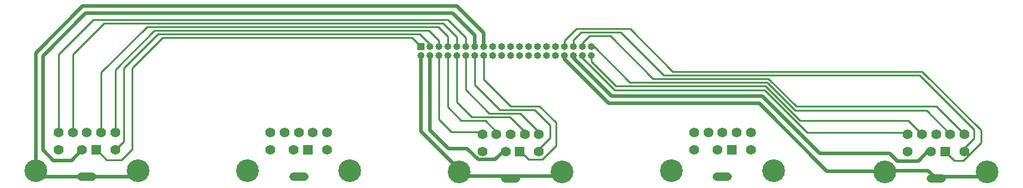
<source format=gbr>
G04 #@! TF.GenerationSoftware,KiCad,Pcbnew,(6.0.7-1)-1*
G04 #@! TF.CreationDate,2023-02-04T12:54:47-08:00*
G04 #@! TF.ProjectId,switcher-input-daughterboard,73776974-6368-4657-922d-696e7075742d,1*
G04 #@! TF.SameCoordinates,Original*
G04 #@! TF.FileFunction,Copper,L1,Top*
G04 #@! TF.FilePolarity,Positive*
%FSLAX46Y46*%
G04 Gerber Fmt 4.6, Leading zero omitted, Abs format (unit mm)*
G04 Created by KiCad (PCBNEW (6.0.7-1)-1) date 2023-02-04 12:54:47*
%MOMM*%
%LPD*%
G01*
G04 APERTURE LIST*
G04 #@! TA.AperFunction,ComponentPad*
%ADD10R,1.408000X1.408000*%
G04 #@! TD*
G04 #@! TA.AperFunction,ComponentPad*
%ADD11C,1.408000*%
G04 #@! TD*
G04 #@! TA.AperFunction,ComponentPad*
%ADD12O,2.730000X1.230000*%
G04 #@! TD*
G04 #@! TA.AperFunction,ComponentPad*
%ADD13C,3.216000*%
G04 #@! TD*
G04 #@! TA.AperFunction,ComponentPad*
%ADD14O,1.000000X1.000000*%
G04 #@! TD*
G04 #@! TA.AperFunction,ComponentPad*
%ADD15R,1.000000X1.000000*%
G04 #@! TD*
G04 #@! TA.AperFunction,Conductor*
%ADD16C,0.254000*%
G04 #@! TD*
G04 #@! TA.AperFunction,Conductor*
%ADD17C,0.508000*%
G04 #@! TD*
G04 APERTURE END LIST*
D10*
X128300000Y-61200000D03*
D11*
X126300000Y-61200000D03*
X131000000Y-61200000D03*
X129000000Y-58700000D03*
X127000000Y-58700000D03*
X123000000Y-61200000D03*
X131000000Y-58700000D03*
X125000000Y-58700000D03*
X123000000Y-58700000D03*
D12*
X127000000Y-65000000D03*
D13*
X119750000Y-64100000D03*
X134250000Y-64100000D03*
D14*
X174300000Y-47800000D03*
X175570000Y-47800000D03*
X176840000Y-47800000D03*
X178110000Y-47800000D03*
X179380000Y-47800000D03*
X180650000Y-47800000D03*
X181920000Y-47800000D03*
X183190000Y-47800000D03*
X184460000Y-47800000D03*
X185730000Y-47800000D03*
X187000000Y-47800000D03*
X188270000Y-47800000D03*
X189540000Y-47800000D03*
X190810000Y-47800000D03*
X192080000Y-47800000D03*
X193350000Y-47800000D03*
X194620000Y-47800000D03*
X195890000Y-47800000D03*
X197160000Y-47800000D03*
X198430000Y-47800000D03*
X198430000Y-46530000D03*
X197160000Y-46530000D03*
X195890000Y-46530000D03*
X194620000Y-46530000D03*
X193350000Y-46530000D03*
X192080000Y-46530000D03*
X190810000Y-46530000D03*
X189540000Y-46530000D03*
X188270000Y-46530000D03*
X187000000Y-46530000D03*
X185730000Y-46530000D03*
X184460000Y-46530000D03*
X183190000Y-46530000D03*
X181920000Y-46530000D03*
X180650000Y-46530000D03*
X179380000Y-46530000D03*
X178110000Y-46530000D03*
X176840000Y-46530000D03*
X175570000Y-46530000D03*
D15*
X174300000Y-46530000D03*
D13*
X224250000Y-64100000D03*
X209750000Y-64100000D03*
D12*
X217000000Y-65000000D03*
D11*
X213000000Y-58700000D03*
X215000000Y-58700000D03*
X221000000Y-58700000D03*
X213000000Y-61200000D03*
X217000000Y-58700000D03*
X219000000Y-58700000D03*
X221000000Y-61200000D03*
X216300000Y-61200000D03*
D10*
X218300000Y-61200000D03*
X248550000Y-61450000D03*
D11*
X246550000Y-61450000D03*
X251250000Y-61450000D03*
X249250000Y-58950000D03*
X247250000Y-58950000D03*
X243250000Y-61450000D03*
X251250000Y-58950000D03*
X245250000Y-58950000D03*
X243250000Y-58950000D03*
D12*
X247250000Y-65250000D03*
D13*
X240000000Y-64350000D03*
X254500000Y-64350000D03*
D10*
X188300000Y-61450000D03*
D11*
X186300000Y-61450000D03*
X191000000Y-61450000D03*
X189000000Y-58950000D03*
X187000000Y-58950000D03*
X183000000Y-61450000D03*
X191000000Y-58950000D03*
X185000000Y-58950000D03*
X183000000Y-58950000D03*
D12*
X187000000Y-65250000D03*
D13*
X179750000Y-64350000D03*
X194250000Y-64350000D03*
D10*
X158300000Y-61200000D03*
D11*
X156300000Y-61200000D03*
X161000000Y-61200000D03*
X159000000Y-58700000D03*
X157000000Y-58700000D03*
X153000000Y-61200000D03*
X161000000Y-58700000D03*
X155000000Y-58700000D03*
X153000000Y-58700000D03*
D12*
X157000000Y-65000000D03*
D13*
X149750000Y-64100000D03*
X164250000Y-64100000D03*
D16*
X251000000Y-58700000D02*
X247300000Y-55000000D01*
X247300000Y-55000000D02*
X227449336Y-55000000D01*
X227449336Y-55000000D02*
X223525336Y-51076000D01*
X223525336Y-51076000D02*
X207176000Y-51076000D01*
X197160000Y-46040000D02*
X197160000Y-46530000D01*
X207176000Y-51076000D02*
X201108000Y-45008000D01*
X201108000Y-45008000D02*
X198192000Y-45008000D01*
X198192000Y-45008000D02*
X197160000Y-46040000D01*
X248300000Y-61200000D02*
X249800000Y-62700000D01*
X249800000Y-62700000D02*
X251100000Y-62700000D01*
X194620000Y-45680001D02*
X194620000Y-46530000D01*
X251100000Y-62700000D02*
X253600000Y-60200000D01*
X253600000Y-58400000D02*
X245260000Y-50060000D01*
X253600000Y-60200000D02*
X253600000Y-58400000D01*
X245260000Y-50060000D02*
X209978420Y-50060000D01*
X209978420Y-50060000D02*
X203910420Y-43992000D01*
X196308001Y-43992000D02*
X194620000Y-45680001D01*
X203910420Y-43992000D02*
X196308001Y-43992000D01*
X195890000Y-46530000D02*
X195890000Y-45610000D01*
X195890000Y-45610000D02*
X197000000Y-44500000D01*
X202600000Y-44500000D02*
X208668000Y-50568000D01*
X208668000Y-50568000D02*
X244868000Y-50568000D01*
X197000000Y-44500000D02*
X202600000Y-44500000D01*
X244868000Y-50568000D02*
X252600000Y-58300000D01*
X252600000Y-58300000D02*
X252600000Y-59600000D01*
X252600000Y-59600000D02*
X251000000Y-61200000D01*
X198430000Y-46530000D02*
X198830000Y-46530000D01*
X223314918Y-51584002D02*
X227330916Y-55600000D01*
X245900000Y-55600000D02*
X249000000Y-58700000D01*
X227330916Y-55600000D02*
X245900000Y-55600000D01*
X198830000Y-46530000D02*
X203884000Y-51584000D01*
X203884000Y-51584000D02*
X223314918Y-51584002D01*
X223104497Y-52092001D02*
X228012496Y-57000000D01*
X243300000Y-57000000D02*
X245000000Y-58700000D01*
X198430000Y-48630000D02*
X201892000Y-52092000D01*
X198430000Y-47800000D02*
X198430000Y-48630000D01*
X228012496Y-57000000D02*
X243300000Y-57000000D01*
X201892000Y-52092000D02*
X223104497Y-52092001D01*
X197160000Y-47800000D02*
X197160000Y-48135133D01*
X228994076Y-58700000D02*
X243000000Y-58700000D01*
X197160000Y-48135133D02*
X201719867Y-52695000D01*
X201719867Y-52695000D02*
X222989076Y-52695000D01*
X222989076Y-52695000D02*
X228994076Y-58700000D01*
D17*
X194620000Y-47800000D02*
X194620000Y-48314738D01*
X194620000Y-48314738D02*
X200905262Y-54600000D01*
X200905262Y-54600000D02*
X222200000Y-54600000D01*
X239650000Y-64200000D02*
X239750000Y-64100000D01*
X222200000Y-54600000D02*
X231800000Y-64200000D01*
X231800000Y-64200000D02*
X239650000Y-64200000D01*
X179750000Y-64000000D02*
X180650000Y-64900000D01*
X180650000Y-64900000D02*
X187000000Y-64900000D01*
X247000000Y-65000000D02*
X253350000Y-65000000D01*
X253350000Y-65000000D02*
X254250000Y-64100000D01*
X239750000Y-64100000D02*
X246100000Y-64100000D01*
X246100000Y-64100000D02*
X247000000Y-65000000D01*
X187000000Y-64900000D02*
X193350000Y-64900000D01*
X193350000Y-64900000D02*
X194250000Y-64000000D01*
X195890000Y-47800000D02*
X195890000Y-48147898D01*
X230736840Y-61700000D02*
X240701687Y-61700000D01*
X195890000Y-48147898D02*
X201326102Y-53584000D01*
X201326102Y-53584000D02*
X222620840Y-53584000D01*
X244700000Y-62800000D02*
X246300000Y-61200000D01*
X222620840Y-53584000D02*
X230736840Y-61700000D01*
X240701687Y-61700000D02*
X241801687Y-62800000D01*
X241801687Y-62800000D02*
X244700000Y-62800000D01*
D16*
X188300000Y-61300000D02*
X189500000Y-62500000D01*
X189500000Y-62500000D02*
X191500000Y-62500000D01*
X188300000Y-61100000D02*
X188300000Y-61300000D01*
X191500000Y-62500000D02*
X193400000Y-60600000D01*
X193400000Y-60600000D02*
X193400000Y-57300000D01*
X193400000Y-57300000D02*
X191068000Y-54968000D01*
X191068000Y-54968000D02*
X186968000Y-54968000D01*
X186968000Y-54968000D02*
X183190000Y-51190000D01*
X183190000Y-51190000D02*
X183190000Y-47800000D01*
X181920000Y-47800000D02*
X181920000Y-51920000D01*
X190376000Y-55476000D02*
X192600000Y-57700000D01*
X181920000Y-51920000D02*
X185476000Y-55476000D01*
X185476000Y-55476000D02*
X190376000Y-55476000D01*
X192600000Y-57700000D02*
X192600000Y-59500000D01*
X192600000Y-59500000D02*
X191000000Y-61100000D01*
X180650000Y-47800000D02*
X180650000Y-52650000D01*
X180650000Y-52650000D02*
X183984000Y-55984000D01*
X183984000Y-55984000D02*
X188384000Y-55984000D01*
X188384000Y-55984000D02*
X191000000Y-58600000D01*
X179380000Y-47800000D02*
X179380000Y-54380000D01*
X186892000Y-56492000D02*
X189000000Y-58600000D01*
X179380000Y-54380000D02*
X181492000Y-56492000D01*
X181492000Y-56492000D02*
X186892000Y-56492000D01*
X178110000Y-47800000D02*
X178110000Y-55110000D01*
X178110000Y-55110000D02*
X180000000Y-57000000D01*
X180000000Y-57000000D02*
X183400000Y-57000000D01*
X183400000Y-57000000D02*
X185000000Y-58600000D01*
X176840000Y-47800000D02*
X176840000Y-56840000D01*
X176840000Y-56840000D02*
X178600000Y-58600000D01*
X178600000Y-58600000D02*
X183000000Y-58600000D01*
D17*
X175570000Y-47800000D02*
X175570000Y-58383160D01*
X175570000Y-58383160D02*
X178186840Y-61000000D01*
X180826762Y-61000000D02*
X182392762Y-62566000D01*
X178186840Y-61000000D02*
X180826762Y-61000000D01*
X182392762Y-62566000D02*
X184834000Y-62566000D01*
X184834000Y-62566000D02*
X186300000Y-61100000D01*
X174300000Y-47800000D02*
X174300000Y-58550000D01*
X174300000Y-58550000D02*
X179750000Y-64000000D01*
D16*
X133400000Y-49600000D02*
X137755000Y-45245000D01*
X137755000Y-45245000D02*
X173015000Y-45245000D01*
X129800000Y-62600000D02*
X131900000Y-62600000D01*
X133400000Y-61100000D02*
X133400000Y-49600000D01*
X128300000Y-61200000D02*
X128400000Y-61200000D01*
X131900000Y-62600000D02*
X133400000Y-61100000D01*
X173015000Y-45245000D02*
X174300000Y-46530000D01*
X128400000Y-61200000D02*
X129800000Y-62600000D01*
D17*
X120766000Y-61166000D02*
X122266000Y-62666000D01*
X181920000Y-44936000D02*
X178800000Y-41816000D01*
X181920000Y-46530000D02*
X181920000Y-44936000D01*
X178800000Y-41816000D02*
X126820840Y-41816000D01*
X120766000Y-47870840D02*
X120766000Y-61166000D01*
X122266000Y-62666000D02*
X124834000Y-62666000D01*
X124834000Y-62666000D02*
X126300000Y-61200000D01*
X126820840Y-41816000D02*
X120766000Y-47870840D01*
D16*
X137063000Y-44737000D02*
X132200000Y-49600000D01*
X132200000Y-49600000D02*
X132200000Y-60000000D01*
X175570000Y-46170000D02*
X174137000Y-44737000D01*
X175570000Y-46530000D02*
X175570000Y-46170000D01*
X174137000Y-44737000D02*
X137063000Y-44737000D01*
X132200000Y-60000000D02*
X131000000Y-61200000D01*
X178110000Y-46530000D02*
X178110000Y-45110000D01*
X178110000Y-45110000D02*
X176721000Y-43721000D01*
X135479000Y-43721000D02*
X129000000Y-50200000D01*
X176721000Y-43721000D02*
X135479000Y-43721000D01*
X129000000Y-50200000D02*
X129000000Y-58700000D01*
X175429000Y-44229000D02*
X136571000Y-44229000D01*
X136571000Y-44229000D02*
X131000000Y-49800000D01*
X176840000Y-45640000D02*
X175429000Y-44229000D01*
X131000000Y-49800000D02*
X131000000Y-58700000D01*
X176840000Y-46530000D02*
X176840000Y-45640000D01*
X177413000Y-43213000D02*
X129387000Y-43213000D01*
X179380000Y-45180000D02*
X177413000Y-43213000D01*
X179380000Y-46530000D02*
X179380000Y-45180000D01*
X129387000Y-43213000D02*
X125000000Y-47600000D01*
X125000000Y-47600000D02*
X125000000Y-58700000D01*
X180650000Y-46530000D02*
X180650000Y-45250000D01*
X123000000Y-47600000D02*
X123000000Y-58700000D01*
X180650000Y-45250000D02*
X178105000Y-42705000D01*
X178105000Y-42705000D02*
X127895000Y-42705000D01*
X127895000Y-42705000D02*
X123000000Y-47600000D01*
D17*
X134700000Y-64200000D02*
X133900000Y-65000000D01*
X119750000Y-47450000D02*
X119750000Y-64100000D01*
X127000000Y-65000000D02*
X120650000Y-65000000D01*
X134600000Y-64100000D02*
X134700000Y-64200000D01*
X179400000Y-40800000D02*
X126400000Y-40800000D01*
X134250000Y-64100000D02*
X134600000Y-64100000D01*
X126400000Y-40800000D02*
X119750000Y-47450000D01*
X120650000Y-65000000D02*
X119750000Y-64100000D01*
X133900000Y-65000000D02*
X127000000Y-65000000D01*
X183190000Y-44590000D02*
X179400000Y-40800000D01*
X183190000Y-46530000D02*
X183190000Y-44590000D01*
M02*

</source>
